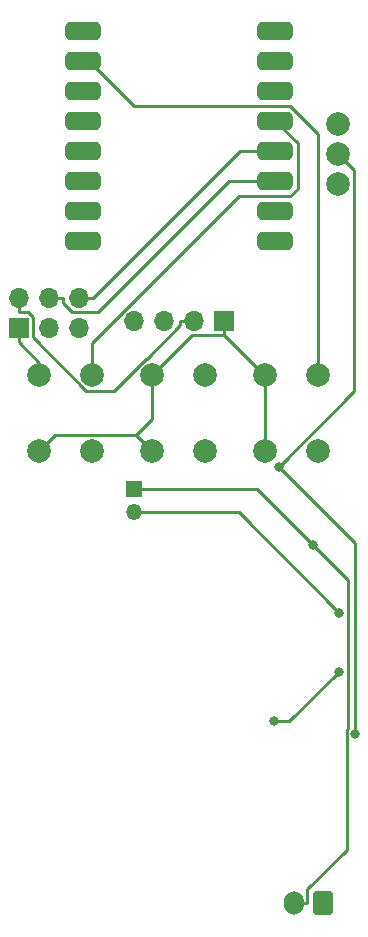
<source format=gbr>
%TF.GenerationSoftware,KiCad,Pcbnew,7.0.7*%
%TF.CreationDate,2024-05-31T07:58:12-05:00*%
%TF.ProjectId,ThinkTankTimerVote,5468696e-6b54-4616-9e6b-54696d657256,rev?*%
%TF.SameCoordinates,Original*%
%TF.FileFunction,Copper,L2,Bot*%
%TF.FilePolarity,Positive*%
%FSLAX46Y46*%
G04 Gerber Fmt 4.6, Leading zero omitted, Abs format (unit mm)*
G04 Created by KiCad (PCBNEW 7.0.7) date 2024-05-31 07:58:12*
%MOMM*%
%LPD*%
G01*
G04 APERTURE LIST*
G04 Aperture macros list*
%AMRoundRect*
0 Rectangle with rounded corners*
0 $1 Rounding radius*
0 $2 $3 $4 $5 $6 $7 $8 $9 X,Y pos of 4 corners*
0 Add a 4 corners polygon primitive as box body*
4,1,4,$2,$3,$4,$5,$6,$7,$8,$9,$2,$3,0*
0 Add four circle primitives for the rounded corners*
1,1,$1+$1,$2,$3*
1,1,$1+$1,$4,$5*
1,1,$1+$1,$6,$7*
1,1,$1+$1,$8,$9*
0 Add four rect primitives between the rounded corners*
20,1,$1+$1,$2,$3,$4,$5,0*
20,1,$1+$1,$4,$5,$6,$7,0*
20,1,$1+$1,$6,$7,$8,$9,0*
20,1,$1+$1,$8,$9,$2,$3,0*%
G04 Aperture macros list end*
%TA.AperFunction,ComponentPad*%
%ADD10C,2.000000*%
%TD*%
%TA.AperFunction,ComponentPad*%
%ADD11R,1.700000X1.700000*%
%TD*%
%TA.AperFunction,ComponentPad*%
%ADD12O,1.700000X1.700000*%
%TD*%
%TA.AperFunction,ComponentPad*%
%ADD13RoundRect,0.381000X-1.119000X-0.381000X1.119000X-0.381000X1.119000X0.381000X-1.119000X0.381000X0*%
%TD*%
%TA.AperFunction,ComponentPad*%
%ADD14RoundRect,0.250000X0.600000X0.750000X-0.600000X0.750000X-0.600000X-0.750000X0.600000X-0.750000X0*%
%TD*%
%TA.AperFunction,ComponentPad*%
%ADD15O,1.700000X2.000000*%
%TD*%
%TA.AperFunction,ComponentPad*%
%ADD16R,1.350000X1.350000*%
%TD*%
%TA.AperFunction,ComponentPad*%
%ADD17O,1.350000X1.350000*%
%TD*%
%TA.AperFunction,ViaPad*%
%ADD18C,0.800000*%
%TD*%
%TA.AperFunction,Conductor*%
%ADD19C,0.250000*%
%TD*%
G04 APERTURE END LIST*
D10*
%TO.P,SW3,1,1*%
%TO.N,GND*%
X182245000Y-105410000D03*
X182245000Y-98910000D03*
%TO.P,SW3,2,2*%
%TO.N,Middle*%
X186745000Y-105410000D03*
X186745000Y-98910000D03*
%TD*%
%TO.P,SW2,1,1*%
%TO.N,GND*%
X172665000Y-105410000D03*
X172665000Y-98910000D03*
%TO.P,SW2,2,2*%
%TO.N,Left*%
X177165000Y-105410000D03*
X177165000Y-98910000D03*
%TD*%
D11*
%TO.P,J4,1,Pin_1*%
%TO.N,GND*%
X188341000Y-94361000D03*
D12*
%TO.P,J4,2,Pin_2*%
%TO.N,+3V3*%
X185801000Y-94361000D03*
%TO.P,J4,3,Pin_3*%
%TO.N,SCL*%
X183261000Y-94361000D03*
%TO.P,J4,4,Pin_4*%
%TO.N,SDA*%
X180721000Y-94361000D03*
%TD*%
D13*
%TO.P,U1,0,GPIO0*%
%TO.N,MotSig*%
X192651000Y-87630000D03*
%TO.P,U1,1,GPIO1*%
%TO.N,ADC1_BAT*%
X192651000Y-85090000D03*
%TO.P,U1,2,GPIO2*%
%TO.N,ADC2*%
X192651000Y-82550000D03*
%TO.P,U1,3,GPIO3*%
%TO.N,ADC3*%
X192651000Y-80010000D03*
%TO.P,U1,4,GPIO4*%
%TO.N,Left*%
X192651000Y-77470000D03*
%TO.P,U1,5,GPIO5*%
%TO.N,Middle*%
X176411000Y-69850000D03*
%TO.P,U1,6,GPIO6*%
%TO.N,Right*%
X176411000Y-72390000D03*
%TO.P,U1,7,GPIO7*%
%TO.N,unconnected-(U1-GPIO7-Pad7)*%
X176411000Y-74930000D03*
%TO.P,U1,8,GPIO8*%
%TO.N,SDA*%
X176411000Y-77470000D03*
%TO.P,U1,9,GPIO9*%
%TO.N,SCL*%
X176411000Y-80010000D03*
%TO.P,U1,10,GPIO10*%
%TO.N,GPIO10*%
X176411000Y-82550000D03*
%TO.P,U1,20,GPIO20*%
%TO.N,GPIO20*%
X176411000Y-85090000D03*
%TO.P,U1,21,GPIO21*%
%TO.N,unconnected-(U1-GPIO21-Pad21)*%
X176411000Y-87630000D03*
%TO.P,U1,100,5V*%
%TO.N,+5V*%
X192651000Y-69850000D03*
%TO.P,U1,101,GND*%
%TO.N,GND*%
X192651000Y-72390000D03*
%TO.P,U1,102,3V3*%
%TO.N,+3V3*%
X192651000Y-74930000D03*
%TD*%
D10*
%TO.P,SW1,1,A*%
%TO.N,Batt+*%
X197993000Y-77724000D03*
%TO.P,SW1,2,B*%
%TO.N,VILDO*%
X197993000Y-80264000D03*
%TO.P,SW1,3,C*%
%TO.N,Net-(JP1-B)*%
X197993000Y-82804000D03*
%TD*%
D11*
%TO.P,J3,1,Pin_1*%
%TO.N,GND*%
X170942000Y-94996000D03*
D12*
%TO.P,J3,2,Pin_2*%
%TO.N,+3V3*%
X170942000Y-92456000D03*
%TO.P,J3,3,Pin_3*%
%TO.N,GPIO10*%
X173482000Y-94996000D03*
%TO.P,J3,4,Pin_4*%
%TO.N,ADC2*%
X173482000Y-92456000D03*
%TO.P,J3,5,Pin_5*%
%TO.N,GPIO20*%
X176022000Y-94996000D03*
%TO.P,J3,6,Pin_6*%
%TO.N,ADC3*%
X176022000Y-92456000D03*
%TD*%
D10*
%TO.P,SW4,1,1*%
%TO.N,GND*%
X191770000Y-105410000D03*
X191770000Y-98910000D03*
%TO.P,SW4,2,2*%
%TO.N,Right*%
X196270000Y-105410000D03*
X196270000Y-98910000D03*
%TD*%
D14*
%TO.P,J1,1,Pin_1*%
%TO.N,GND*%
X196703000Y-143644500D03*
D15*
%TO.P,J1,2,Pin_2*%
%TO.N,Batt+*%
X194203000Y-143644500D03*
%TD*%
D16*
%TO.P,J2,1,Pin_1*%
%TO.N,Batt+*%
X180721000Y-108585000D03*
D17*
%TO.P,J2,2,Pin_2*%
%TO.N,Motor-*%
X180721000Y-110585000D03*
%TD*%
D18*
%TO.N,VILDO*%
X192939000Y-106721400D03*
X199420700Y-129314700D03*
%TO.N,Batt+*%
X195836000Y-113355200D03*
%TO.N,Motor-*%
X198076400Y-119099300D03*
%TO.N,Net-(Q1-G)*%
X198013200Y-124092000D03*
X192551600Y-128287800D03*
%TD*%
D19*
%TO.N,VILDO*%
X199327800Y-100332600D02*
X192939000Y-106721400D01*
X199327800Y-81598800D02*
X199327800Y-100332600D01*
X197993000Y-80264000D02*
X199327800Y-81598800D01*
X199420700Y-113203100D02*
X199420700Y-129314700D01*
X192939000Y-106721400D02*
X199420700Y-113203100D01*
%TO.N,Batt+*%
X194203000Y-143644500D02*
X195379900Y-143644500D01*
X191065800Y-108585000D02*
X195836000Y-113355200D01*
X180721000Y-108585000D02*
X191065800Y-108585000D01*
X195379900Y-142467600D02*
X195379900Y-143644500D01*
X198692200Y-139155300D02*
X195379900Y-142467600D01*
X198692200Y-129013700D02*
X198692200Y-139155300D01*
X198825600Y-128880300D02*
X198692200Y-129013700D01*
X198825600Y-116344800D02*
X198825600Y-128880300D01*
X195836000Y-113355200D02*
X198825600Y-116344800D01*
%TO.N,Right*%
X196270000Y-78571600D02*
X196270000Y-98910000D01*
X193898400Y-76200000D02*
X196270000Y-78571600D01*
X180721000Y-76200000D02*
X193898400Y-76200000D01*
X176911000Y-72390000D02*
X180721000Y-76200000D01*
%TO.N,Left*%
X192671100Y-77470000D02*
X192151000Y-77470000D01*
X194551100Y-79350000D02*
X192671100Y-77470000D01*
X194551100Y-83164800D02*
X194551100Y-79350000D01*
X193895900Y-83820000D02*
X194551100Y-83164800D01*
X189589400Y-83820000D02*
X193895900Y-83820000D01*
X177165000Y-96244400D02*
X189589400Y-83820000D01*
X177165000Y-98910000D02*
X177165000Y-96244400D01*
%TO.N,ADC3*%
X189644900Y-80010000D02*
X192151000Y-80010000D01*
X177198900Y-92456000D02*
X189644900Y-80010000D01*
X176022000Y-92456000D02*
X177198900Y-92456000D01*
%TO.N,ADC2*%
X188756900Y-82550000D02*
X192151000Y-82550000D01*
X177673300Y-93633600D02*
X188756900Y-82550000D01*
X175468700Y-93633600D02*
X177673300Y-93633600D01*
X174658900Y-92823800D02*
X175468700Y-93633600D01*
X174658900Y-92456000D02*
X174658900Y-92823800D01*
X173482000Y-92456000D02*
X174658900Y-92456000D01*
%TO.N,Motor-*%
X189562100Y-110585000D02*
X198076400Y-119099300D01*
X180721000Y-110585000D02*
X189562100Y-110585000D01*
%TO.N,Net-(Q1-G)*%
X193817400Y-128287800D02*
X192551600Y-128287800D01*
X198013200Y-124092000D02*
X193817400Y-128287800D01*
%TO.N,+3V3*%
X184624100Y-94742200D02*
X184624100Y-94361000D01*
X181793900Y-97572400D02*
X184624100Y-94742200D01*
X181687500Y-97572400D02*
X181793900Y-97572400D01*
X178989900Y-100270000D02*
X181687500Y-97572400D01*
X176619600Y-100270000D02*
X178989900Y-100270000D01*
X172118900Y-95769300D02*
X176619600Y-100270000D01*
X172118900Y-94000600D02*
X172118900Y-95769300D01*
X171751200Y-93632900D02*
X172118900Y-94000600D01*
X170942000Y-93632900D02*
X171751200Y-93632900D01*
X170942000Y-92456000D02*
X170942000Y-93632900D01*
X185801000Y-94361000D02*
X184624100Y-94361000D01*
%TO.N,GND*%
X172665000Y-97895900D02*
X170942000Y-96172900D01*
X172665000Y-98910000D02*
X172665000Y-97895900D01*
X170942000Y-94996000D02*
X170942000Y-96172900D01*
X188341000Y-94361000D02*
X188341000Y-95537900D01*
X191770000Y-105410000D02*
X191770000Y-98910000D01*
X191713100Y-98910000D02*
X188341000Y-95537900D01*
X191770000Y-98910000D02*
X191713100Y-98910000D01*
X182245000Y-105410000D02*
X180888100Y-104053100D01*
X174021900Y-104053100D02*
X172665000Y-105410000D01*
X180888100Y-104053100D02*
X174021900Y-104053100D01*
X185617100Y-95537900D02*
X182245000Y-98910000D01*
X188341000Y-95537900D02*
X185617100Y-95537900D01*
X182245000Y-102696200D02*
X180888100Y-104053100D01*
X182245000Y-98910000D02*
X182245000Y-102696200D01*
%TD*%
M02*

</source>
